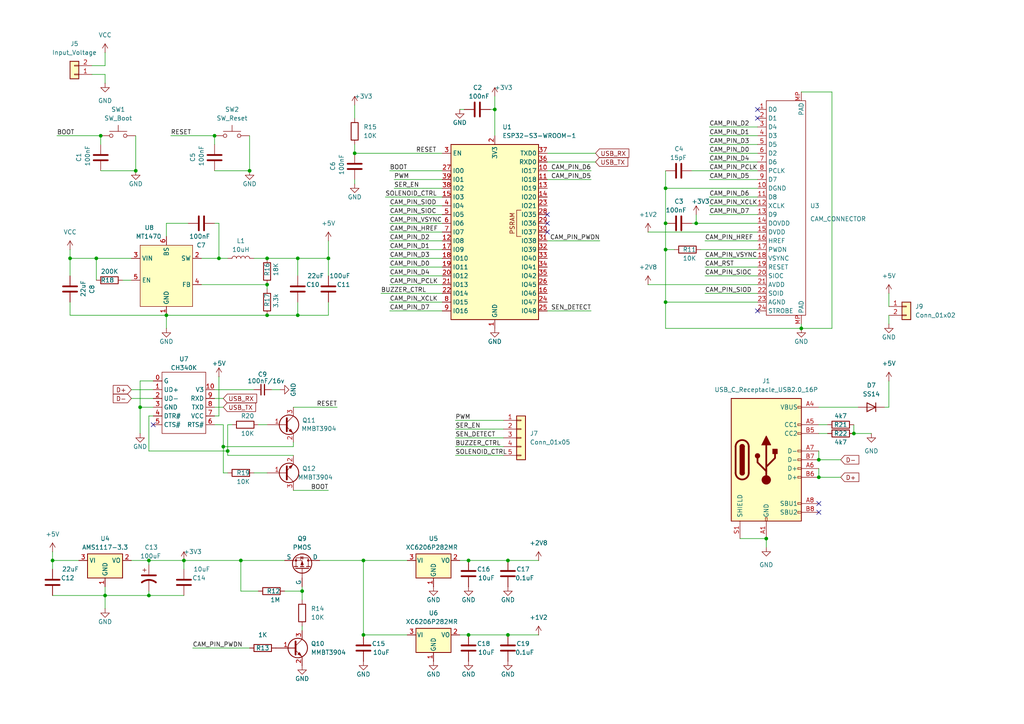
<source format=kicad_sch>
(kicad_sch (version 20231120) (generator "eeschema") (generator_version "8.0")
  (paper "A4")
  (junction (at 77.47 74.93))
  (junction (at 86.36 74.93))
  (junction (at 247.65 125.73))
  (junction (at 66.04 130.81))
  (junction (at 20.32 74.93))
  (junction (at 69.85 162.56))
  (junction (at 40.64 118.11))
  (junction (at 48.26 91.44))
  (junction (at 15.24 162.56))
  (junction (at 237.49 138.43))
  (junction (at 105.41 162.56))
  (junction (at 237.49 133.35))
  (junction (at 43.18 172.72))
  (junction (at 62.23 39.37))
  (junction (at 87.63 171.45))
  (junction (at 147.32 162.56))
  (junction (at 147.32 184.15))
  (junction (at 64.77 129.54))
  (junction (at 143.51 31.75))
  (junction (at 86.36 91.44))
  (junction (at 30.48 172.72))
  (junction (at 193.04 64.77))
  (junction (at 193.04 54.61))
  (junction (at 193.04 87.63))
  (junction (at 53.34 162.56))
  (junction (at 29.21 39.37))
  (junction (at 63.5 74.93))
  (junction (at 77.47 91.44))
  (junction (at 39.37 49.53))
  (junction (at 193.04 72.39))
  (junction (at 232.41 95.25))
  (junction (at 105.41 184.15))
  (junction (at 72.39 49.53))
  (junction (at 95.25 74.93))
  (junction (at 135.89 162.56))
  (junction (at 43.18 162.56))
  (junction (at 222.25 156.21))
  (junction (at 201.93 64.77))
  (junction (at 27.94 74.93))
  (junction (at 102.87 44.45))
  (junction (at 77.47 82.55))
  (junction (at 135.89 184.15))
  (no_connect (at 237.49 146.05))
  (no_connect (at 237.49 148.59))
  (no_connect (at 158.75 62.23))
  (no_connect (at 219.71 31.75))
  (no_connect (at 158.75 67.31))
  (no_connect (at 158.75 64.77))
  (no_connect (at 219.71 34.29))
  (no_connect (at 219.71 90.17))
  (no_connect (at 44.45 123.19))
  (wire (pts (xy 237.49 133.35) (xy 243.84 133.35)))
  (wire (pts (xy 193.04 72.39) (xy 193.04 87.63)))
  (wire (pts (xy 193.04 49.53) (xy 193.04 54.61)))
  (wire (pts (xy 143.51 31.75) (xy 143.51 39.37)))
  (wire (pts (xy 95.25 74.93) (xy 86.36 74.93)))
  (wire (pts (xy 87.63 171.45) (xy 87.63 173.99)))
  (wire (pts (xy 102.87 30.48) (xy 102.87 34.29)))
  (wire (pts (xy 74.93 171.45) (xy 69.85 171.45)))
  (wire (pts (xy 63.5 74.93) (xy 58.42 74.93)))
  (wire (pts (xy 30.48 21.59) (xy 26.67 21.59)))
  (wire (pts (xy 143.51 27.94) (xy 143.51 31.75)))
  (wire (pts (xy 53.34 162.56) (xy 53.34 165.1)))
  (wire (pts (xy 113.03 49.53) (xy 128.27 49.53)))
  (wire (pts (xy 203.2 72.39) (xy 219.71 72.39)))
  (wire (pts (xy 205.74 57.15) (xy 219.71 57.15)))
  (wire (pts (xy 87.63 181.61) (xy 87.63 182.88)))
  (wire (pts (xy 132.08 129.54) (xy 146.05 129.54)))
  (wire (pts (xy 241.3 26.67) (xy 241.3 95.25)))
  (wire (pts (xy 118.11 184.15) (xy 105.41 184.15)))
  (wire (pts (xy 147.32 184.15) (xy 156.21 184.15)))
  (wire (pts (xy 237.49 125.73) (xy 240.03 125.73)))
  (wire (pts (xy 55.88 187.96) (xy 72.39 187.96)))
  (wire (pts (xy 43.18 171.45) (xy 43.18 172.72)))
  (wire (pts (xy 40.64 118.11) (xy 44.45 118.11)))
  (wire (pts (xy 237.49 123.19) (xy 240.03 123.19)))
  (wire (pts (xy 95.25 91.44) (xy 86.36 91.44)))
  (wire (pts (xy 48.26 91.44) (xy 48.26 95.25)))
  (wire (pts (xy 73.66 74.93) (xy 77.47 74.93)))
  (wire (pts (xy 158.75 52.07) (xy 171.45 52.07)))
  (wire (pts (xy 114.3 52.07) (xy 128.27 52.07)))
  (wire (pts (xy 69.85 162.56) (xy 82.55 162.56)))
  (wire (pts (xy 237.49 138.43) (xy 243.84 138.43)))
  (wire (pts (xy 73.66 113.03) (xy 62.23 113.03)))
  (wire (pts (xy 82.55 171.45) (xy 87.63 171.45)))
  (wire (pts (xy 193.04 72.39) (xy 195.58 72.39)))
  (wire (pts (xy 43.18 162.56) (xy 43.18 163.83)))
  (wire (pts (xy 205.74 46.99) (xy 219.71 46.99)))
  (wire (pts (xy 132.08 132.08) (xy 146.05 132.08)))
  (wire (pts (xy 113.03 62.23) (xy 128.27 62.23)))
  (wire (pts (xy 43.18 130.81) (xy 66.04 130.81)))
  (wire (pts (xy 193.04 54.61) (xy 193.04 64.77)))
  (wire (pts (xy 204.47 74.93) (xy 219.71 74.93)))
  (wire (pts (xy 63.5 109.22) (xy 63.5 120.65)))
  (wire (pts (xy 214.63 156.21) (xy 222.25 156.21)))
  (wire (pts (xy 204.47 69.85) (xy 219.71 69.85)))
  (wire (pts (xy 193.04 87.63) (xy 219.71 87.63)))
  (wire (pts (xy 38.1 115.57) (xy 44.45 115.57)))
  (wire (pts (xy 193.04 64.77) (xy 193.04 72.39)))
  (wire (pts (xy 158.75 49.53) (xy 171.45 49.53)))
  (wire (pts (xy 64.77 129.54) (xy 64.77 137.16)))
  (wire (pts (xy 172.72 44.45) (xy 158.75 44.45)))
  (wire (pts (xy 85.09 118.11) (xy 97.79 118.11)))
  (wire (pts (xy 113.03 69.85) (xy 128.27 69.85)))
  (wire (pts (xy 135.89 162.56) (xy 147.32 162.56)))
  (wire (pts (xy 134.62 31.75) (xy 133.35 31.75)))
  (wire (pts (xy 132.08 121.92) (xy 146.05 121.92)))
  (wire (pts (xy 43.18 172.72) (xy 53.34 172.72)))
  (wire (pts (xy 66.04 123.19) (xy 67.31 123.19)))
  (wire (pts (xy 64.77 118.11) (xy 62.23 118.11)))
  (wire (pts (xy 77.47 74.93) (xy 86.36 74.93)))
  (wire (pts (xy 15.24 165.1) (xy 15.24 162.56)))
  (wire (pts (xy 241.3 26.67) (xy 232.41 26.67)))
  (wire (pts (xy 30.48 15.24) (xy 30.48 19.05)))
  (wire (pts (xy 92.71 162.56) (xy 105.41 162.56)))
  (wire (pts (xy 64.77 123.19) (xy 64.77 129.54)))
  (wire (pts (xy 113.03 64.77) (xy 128.27 64.77)))
  (wire (pts (xy 43.18 162.56) (xy 38.1 162.56)))
  (wire (pts (xy 200.66 49.53) (xy 219.71 49.53)))
  (wire (pts (xy 113.03 87.63) (xy 128.27 87.63)))
  (wire (pts (xy 204.47 77.47) (xy 219.71 77.47)))
  (wire (pts (xy 63.5 64.77) (xy 63.5 74.93)))
  (wire (pts (xy 102.87 44.45) (xy 128.27 44.45)))
  (wire (pts (xy 219.71 54.61) (xy 193.04 54.61)))
  (wire (pts (xy 95.25 74.93) (xy 95.25 80.01)))
  (wire (pts (xy 204.47 85.09) (xy 219.71 85.09)))
  (wire (pts (xy 133.35 184.15) (xy 135.89 184.15)))
  (wire (pts (xy 237.49 118.11) (xy 248.92 118.11)))
  (wire (pts (xy 62.23 123.19) (xy 64.77 123.19)))
  (wire (pts (xy 193.04 95.25) (xy 232.41 95.25)))
  (wire (pts (xy 113.03 74.93) (xy 128.27 74.93)))
  (wire (pts (xy 20.32 91.44) (xy 48.26 91.44)))
  (wire (pts (xy 205.74 44.45) (xy 219.71 44.45)))
  (wire (pts (xy 30.48 176.53) (xy 30.48 172.72)))
  (wire (pts (xy 77.47 82.55) (xy 77.47 83.82)))
  (wire (pts (xy 30.48 172.72) (xy 30.48 170.18)))
  (wire (pts (xy 232.41 95.25) (xy 232.41 93.98)))
  (wire (pts (xy 247.65 125.73) (xy 252.73 125.73)))
  (wire (pts (xy 63.5 74.93) (xy 66.04 74.93)))
  (wire (pts (xy 69.85 162.56) (xy 53.34 162.56)))
  (wire (pts (xy 40.64 110.49) (xy 40.64 118.11)))
  (wire (pts (xy 110.49 85.09) (xy 128.27 85.09)))
  (wire (pts (xy 146.05 127) (xy 132.08 127)))
  (wire (pts (xy 64.77 129.54) (xy 85.09 129.54)))
  (wire (pts (xy 43.18 172.72) (xy 30.48 172.72)))
  (wire (pts (xy 20.32 80.01) (xy 20.32 74.93)))
  (wire (pts (xy 27.94 81.28) (xy 27.94 74.93)))
  (wire (pts (xy 35.56 81.28) (xy 38.1 81.28)))
  (wire (pts (xy 58.42 82.55) (xy 77.47 82.55)))
  (wire (pts (xy 62.23 39.37) (xy 62.23 41.91)))
  (wire (pts (xy 66.04 137.16) (xy 64.77 137.16)))
  (wire (pts (xy 257.81 91.44) (xy 257.81 93.98)))
  (wire (pts (xy 256.54 118.11) (xy 257.81 118.11)))
  (wire (pts (xy 201.93 64.77) (xy 200.66 64.77)))
  (wire (pts (xy 113.03 82.55) (xy 128.27 82.55)))
  (wire (pts (xy 87.63 171.45) (xy 87.63 170.18)))
  (wire (pts (xy 48.26 91.44) (xy 77.47 91.44)))
  (wire (pts (xy 111.76 57.15) (xy 128.27 57.15)))
  (wire (pts (xy 237.49 135.89) (xy 237.49 138.43)))
  (wire (pts (xy 132.08 124.46) (xy 146.05 124.46)))
  (wire (pts (xy 62.23 120.65) (xy 63.5 120.65)))
  (wire (pts (xy 187.96 67.31) (xy 219.71 67.31)))
  (wire (pts (xy 133.35 162.56) (xy 135.89 162.56)))
  (wire (pts (xy 142.24 31.75) (xy 143.51 31.75)))
  (wire (pts (xy 66.04 130.81) (xy 66.04 132.08)))
  (wire (pts (xy 39.37 39.37) (xy 39.37 49.53)))
  (wire (pts (xy 15.24 172.72) (xy 30.48 172.72)))
  (wire (pts (xy 85.09 129.54) (xy 85.09 128.27)))
  (wire (pts (xy 113.03 90.17) (xy 128.27 90.17)))
  (wire (pts (xy 85.09 132.08) (xy 66.04 132.08)))
  (wire (pts (xy 232.41 95.25) (xy 241.3 95.25)))
  (wire (pts (xy 95.25 69.85) (xy 95.25 74.93)))
  (wire (pts (xy 30.48 24.13) (xy 30.48 21.59)))
  (wire (pts (xy 54.61 64.77) (xy 48.26 64.77)))
  (wire (pts (xy 38.1 113.03) (xy 44.45 113.03)))
  (wire (pts (xy 113.03 67.31) (xy 128.27 67.31)))
  (wire (pts (xy 105.41 184.15) (xy 105.41 162.56)))
  (wire (pts (xy 114.3 54.61) (xy 128.27 54.61)))
  (wire (pts (xy 48.26 64.77) (xy 48.26 68.58)))
  (wire (pts (xy 30.48 19.05) (xy 26.67 19.05)))
  (wire (pts (xy 204.47 80.01) (xy 219.71 80.01)))
  (wire (pts (xy 64.77 115.57) (xy 62.23 115.57)))
  (wire (pts (xy 15.24 162.56) (xy 22.86 162.56)))
  (wire (pts (xy 81.28 113.03) (xy 78.74 113.03)))
  (wire (pts (xy 72.39 39.37) (xy 72.39 49.53)))
  (wire (pts (xy 158.75 46.99) (xy 172.72 46.99)))
  (wire (pts (xy 53.34 162.56) (xy 43.18 162.56)))
  (wire (pts (xy 62.23 64.77) (xy 63.5 64.77)))
  (wire (pts (xy 147.32 162.56) (xy 156.21 162.56)))
  (wire (pts (xy 95.25 87.63) (xy 95.25 91.44)))
  (wire (pts (xy 44.45 110.49) (xy 40.64 110.49)))
  (wire (pts (xy 49.53 39.37) (xy 62.23 39.37)))
  (wire (pts (xy 113.03 59.69) (xy 128.27 59.69)))
  (wire (pts (xy 29.21 49.53) (xy 39.37 49.53)))
  (wire (pts (xy 158.75 69.85) (xy 173.99 69.85)))
  (wire (pts (xy 29.21 39.37) (xy 29.21 41.91)))
  (wire (pts (xy 201.93 64.77) (xy 201.93 62.23)))
  (wire (pts (xy 205.74 62.23) (xy 219.71 62.23)))
  (wire (pts (xy 113.03 72.39) (xy 128.27 72.39)))
  (wire (pts (xy 113.03 77.47) (xy 128.27 77.47)))
  (wire (pts (xy 102.87 53.34) (xy 102.87 52.07)))
  (wire (pts (xy 219.71 64.77) (xy 201.93 64.77)))
  (wire (pts (xy 205.74 52.07) (xy 219.71 52.07)))
  (wire (pts (xy 20.32 72.39) (xy 20.32 74.93)))
  (wire (pts (xy 43.18 120.65) (xy 43.18 130.81)))
  (wire (pts (xy 102.87 41.91) (xy 102.87 44.45)))
  (wire (pts (xy 193.04 87.63) (xy 193.04 95.25)))
  (wire (pts (xy 257.81 118.11) (xy 257.81 110.49)))
  (wire (pts (xy 62.23 49.53) (xy 72.39 49.53)))
  (wire (pts (xy 15.24 160.02) (xy 15.24 162.56)))
  (wire (pts (xy 205.74 41.91) (xy 219.71 41.91)))
  (wire (pts (xy 43.18 120.65) (xy 44.45 120.65)))
  (wire (pts (xy 135.89 184.15) (xy 147.32 184.15)))
  (wire (pts (xy 20.32 87.63) (xy 20.32 91.44)))
  (wire (pts (xy 69.85 171.45) (xy 69.85 162.56)))
  (wire (pts (xy 20.32 74.93) (xy 27.94 74.93)))
  (wire (pts (xy 158.75 90.17) (xy 171.45 90.17)))
  (wire (pts (xy 27.94 74.93) (xy 38.1 74.93)))
  (wire (pts (xy 74.93 123.19) (xy 77.47 123.19)))
  (wire (pts (xy 257.81 85.09) (xy 257.81 88.9)))
  (wire (pts (xy 66.04 123.19) (xy 66.04 130.81)))
  (wire (pts (xy 40.64 125.73) (xy 40.64 118.11)))
  (wire (pts (xy 105.41 162.56) (xy 118.11 162.56)))
  (wire (pts (xy 222.25 158.75) (xy 222.25 156.21)))
  (wire (pts (xy 86.36 87.63) (xy 86.36 91.44)))
  (wire (pts (xy 237.49 130.81) (xy 237.49 133.35)))
  (wire (pts (xy 247.65 123.19) (xy 247.65 125.73)))
  (wire (pts (xy 86.36 80.01) (xy 86.36 74.93)))
  (wire (pts (xy 205.74 59.69) (xy 219.71 59.69)))
  (wire (pts (xy 187.96 82.55) (xy 219.71 82.55)))
  (wire (pts (xy 85.09 142.24) (xy 95.25 142.24)))
  (wire (pts (xy 77.47 91.44) (xy 86.36 91.44)))
  (wire (pts (xy 73.66 137.16) (xy 77.47 137.16)))
  (wire (pts (xy 16.51 39.37) (xy 29.21 39.37)))
  (wire (pts (xy 205.74 39.37) (xy 219.71 39.37)))
  (wire (pts (xy 113.03 80.01) (xy 128.27 80.01)))
  (wire (pts (xy 205.74 36.83) (xy 219.71 36.83)))
  (label "CAM_PIN_PCLK" (at 113.03 82.55 0))
  (label "CAM_PIN_D0" (at 205.74 44.45 0))
  (label "CAM_PIN_D3" (at 205.74 41.91 0))
  (label "CAM_PIN_D6" (at 205.74 57.15 0))
  (label "CAM_PIN_D6" (at 171.45 49.53 180))
  (label "CAM_PIN_VSYNC" (at 204.47 74.93 0))
  (label "CAM_PIN_D4" (at 113.03 80.01 0))
  (label "SEN_DETECT" (at 132.08 127 0))
  (label "BOOT" (at 16.51 39.37 0))
  (label "SER_EN" (at 114.3 54.61 0))
  (label "CAM_PIN_SIOD" (at 204.47 85.09 0))
  (label "CAM_PIN_D7" (at 113.03 90.17 0))
  (label "CAM_PIN_D4" (at 205.74 46.99 0))
  (label "SER_EN" (at 132.08 124.46 0))
  (label "CAM_PIN_D1" (at 205.74 39.37 0))
  (label "BOOT" (at 113.03 49.53 0))
  (label "PWM" (at 114.3 52.07 0))
  (label "CAM_PIN_D1" (at 113.03 72.39 0))
  (label "RESET" (at 49.53 39.37 0))
  (label "CAM_PIN_D0" (at 113.03 77.47 0))
  (label "CAM_PIN_D3" (at 113.03 74.93 0))
  (label "CAM_PIN_SIOC" (at 204.47 80.01 0))
  (label "CAM_PIN_HREF" (at 204.47 69.85 0))
  (label "BOOT" (at 95.25 142.24 180))
  (label "CAM_PIN_XCLK" (at 113.03 87.63 0))
  (label "CAM_PIN_PWDN" (at 173.99 69.85 180))
  (label "CAM_PIN_HREF" (at 113.03 67.31 0))
  (label "BUZZER_CTRL" (at 110.49 85.09 0))
  (label "CAM_PIN_PWDN" (at 55.88 187.96 0))
  (label "CAM_PIN_SIOC" (at 113.03 62.23 0))
  (label "CAM_RST" (at 204.47 77.47 0))
  (label "CAM_PIN_D5" (at 171.45 52.07 180))
  (label "BUZZER_CTRL" (at 132.08 129.54 0))
  (label "SEN_DETECT" (at 171.45 90.17 180))
  (label "CAM_PIN_D7" (at 205.74 62.23 0))
  (label "RESET" (at 120.65 44.45 0))
  (label "SOLENOID_CTRL" (at 132.08 132.08 0))
  (label "CAM_PIN_D5" (at 205.74 52.07 0))
  (label "CAM_PIN_VSYNC" (at 113.03 64.77 0))
  (label "SOLENOID_CTRL" (at 111.76 57.15 0))
  (label "RESET" (at 97.79 118.11 180))
  (label "CAM_PIN_SIOD" (at 113.03 59.69 0))
  (label "PWM" (at 132.08 121.92 0))
  (label "CAM_PIN_D2" (at 113.03 69.85 0))
  (label "CAM_PIN_XCLK" (at 205.74 59.69 0))
  (label "CAM_PIN_PCLK" (at 205.74 49.53 0))
  (label "CAM_PIN_D2" (at 205.74 36.83 0))
  (global_label "D-" (shape input) (at 38.1 115.57 180) (property "Intersheetrefs" "${INTERSHEET_REFS}" (effects (hide yes))))
  (global_label "USB_RX" (shape input) (at 64.77 115.57 0) (property "Intersheetrefs" "${INTERSHEET_REFS}" (effects (hide yes))))
  (global_label "USB_TX" (shape input) (at 172.72 46.99 0) (property "Intersheetrefs" "${INTERSHEET_REFS}" (effects (hide yes))))
  (global_label "USB_TX" (shape input) (at 64.77 118.11 0) (property "Intersheetrefs" "${INTERSHEET_REFS}" (effects (hide yes))))
  (global_label "D+" (shape input) (at 38.1 113.03 180) (property "Intersheetrefs" "${INTERSHEET_REFS}" (effects (hide yes))))
  (global_label "USB_RX" (shape input) (at 172.72 44.45 0) (property "Intersheetrefs" "${INTERSHEET_REFS}" (effects (hide yes))))
  (global_label "D-" (shape input) (at 243.84 133.35 0) (property "Intersheetrefs" "${INTERSHEET_REFS}" (effects (hide yes))))
  (global_label "D+" (shape input) (at 243.84 138.43 0) (property "Intersheetrefs" "${INTERSHEET_REFS}" (effects (hide yes))))
  (symbol (lib_id "power:+3V3") (at 102.87 30.48 0) (unit 1)
    (property "Reference" "#PWR032" (effects (hide yes)))
    (property "Value" "+3V3" (at 105.41 27.94 0))
    (property "Description" "Power symbol creates a global label with name \"+3V3\"" (effects (hide yes)))
  )
  (symbol (lib_id "Device:C") (at 135.89 166.37 180) (unit 1)
    (property "Reference" "C16" (at 142.24 165.1 0) (effects (justify left)))
    (property "Value" "10uF" (at 143.51 167.64 0) (effects (justify left)))
    (property "Footprint" "Capacitor_SMD:C_0805_2012Metric" (effects (hide yes)))
    (property "Description" "Unpolarized capacitor" (effects (hide yes)))
  )
  (symbol (lib_id "power:GND") (at 143.51 95.25 0) (unit 1)
    (property "Reference" "#PWR016" (effects (hide yes)))
    (property "Value" "GND" (at 143.51 99.06 0))
    (property "Description" "Power symbol creates a global label with name \"GND\" , ground" (effects (hide yes)))
  )
  (symbol (lib_id "Device:C") (at 86.36 83.82 180) (unit 1)
    (property "Reference" "C10" (at 92.71 82.55 0) (effects (justify left)))
    (property "Value" "22uF" (at 93.98 80.01 0) (effects (justify left)))
    (property "Footprint" "Capacitor_SMD:C_0805_2012Metric" (effects (hide yes)))
    (property "Description" "Unpolarized capacitor" (effects (hide yes)))
  )
  (symbol (lib_id "Device:C") (at 58.42 64.77 90) (unit 1)
    (property "Reference" "C7" (at 59.69 71.12 90) (effects (justify left)))
    (property "Value" "100nF" (at 60.96 68.58 90) (effects (justify left)))
    (property "Footprint" "Capacitor_SMD:C_0603_1608Metric" (effects (hide yes)))
    (property "Description" "Unpolarized capacitor" (effects (hide yes)))
  )
  (symbol (lib_id "power:GND") (at 40.64 125.73 0) (unit 1)
    (property "Reference" "#PWR036" (effects (hide yes)))
    (property "Value" "GND" (at 40.64 129.54 0))
  )
  (symbol (lib_id "Device:C_Small") (at 76.2 113.03 90) (unit 1)
    (property "Reference" "C9" (at 77.47 108.585 90) (effects (justify left)))
    (property "Value" "100nF/16v" (at 82.55 110.49 90) (effects (justify left)))
    (property "Footprint" "Capacitor_SMD:C_0603_1608Metric" (effects (hide yes)))
  )
  (symbol (lib_id "Connector_Generic:Conn_01x02") (at 262.89 88.9 0) (unit 1)
    (property "Reference" "J9" (at 265.43 88.8999 0) (effects (justify left)))
    (property "Value" "Conn_01x02" (at 265.43 91.4399 0) (effects (justify left)))
    (property "Footprint" "Connector_Molex:Molex_KK-254_AE-6410-02A_1x02_P2.54mm_Vertical" (effects (hide yes)))
    (property "Description" "Generic connector, single row, 01x02, script generated (kicad-library-utils/schlib/autogen/connector/)" (effects (hide yes)))
  )
  (symbol (lib_id "power:GND") (at 30.48 176.53 0) (unit 1)
    (property "Reference" "#PWR028" (effects (hide yes)))
    (property "Value" "GND" (at 30.48 180.34 0))
    (property "Description" "Power symbol creates a global label with name \"GND\" , ground" (effects (hide yes)))
  )
  (symbol (lib_id "Cus_TDLOGY:MT1470_") (at 48.26 80.01 0) (unit 1)
    (property "Reference" "U8" (at 41.91 66.04 0) (effects (justify left)))
    (property "Value" "MT1470" (at 39.37 68.58 0) (effects (justify left)))
    (property "Footprint" "Package_TO_SOT_SMD:SOT-23-6" (effects (hide yes)))
  )
  (symbol (lib_id "Switch:SW_Push") (at 34.29 39.37 0) (unit 1)
    (property "Reference" "SW1" (at 34.29 31.75 0))
    (property "Value" "SW_Boot" (at 34.29 34.29 0))
    (property "Footprint" "Button_Switch_SMD:SW_Push_SPST_NO_Alps_SKRK" (effects (hide yes)))
    (property "Description" "Push button switch, generic, two pins" (effects (hide yes)))
  )
  (symbol (lib_id "0_Custom:CH340K") (at 53.34 116.84 0) (unit 1)
    (property "Reference" "U7" (at 53.34 104.14 0))
    (property "Value" "CH340K" (at 53.34 106.68 0))
    (property "Footprint" "Package_SO:SSOP-10_3.9x4.9mm_P1.00mm" (effects (hide yes)))
    (property "PN" "SP000518 " (effects (hide yes)))
  )
  (symbol (lib_id "Regulator_Linear:XC6206PxxxMR") (at 125.73 162.56 0) (unit 1)
    (property "Reference" "U5" (at 125.73 156.21 0))
    (property "Value" "XC6206P282MR " (at 125.73 158.75 0))
    (property "Footprint" "Package_TO_SOT_SMD:SOT-23-3" (effects (hide yes)))
    (property "Datasheet" "https://www.torexsemi.com/file/xc6206/XC6206.pdf" (effects (hide yes)))
    (property "Description" "Positive 60-250mA Low Dropout Regulator, Fixed Output, SOT-23" (effects (hide yes)))
  )
  (symbol (lib_id "power:+5V") (at 15.24 160.02 0) (unit 1)
    (property "Reference" "#PWR027" (effects (hide yes)))
    (property "Value" "+5V" (at 15.24 154.94 0))
    (property "Description" "Power symbol creates a global label with name \"+5V\"" (effects (hide yes)))
  )
  (symbol (lib_id "power:GND") (at 87.63 193.04 0) (unit 1)
    (property "Reference" "#PWR024" (effects (hide yes)))
    (property "Value" "GND" (at 87.63 196.85 0))
    (property "Description" "Power symbol creates a global label with name \"GND\" , ground" (effects (hide yes)))
  )
  (symbol (lib_id "power:GND") (at 125.73 191.77 0) (unit 1)
    (property "Reference" "#PWR026" (effects (hide yes)))
    (property "Value" "GND" (at 125.73 195.58 0))
    (property "Description" "Power symbol creates a global label with name \"GND\" , ground" (effects (hide yes)))
  )
  (symbol (lib_id "power:GND") (at 133.35 31.75 0) (unit 1)
    (property "Reference" "#PWR013" (effects (hide yes)))
    (property "Value" "GND" (at 133.35 35.56 0))
    (property "Description" "Power symbol creates a global label with name \"GND\" , ground" (effects (hide yes)))
  )
  (symbol (lib_id "Transistor_BJT:MMBT3904") (at 85.09 187.96 0) (unit 1)
    (property "Reference" "Q10" (at 90.17 186.6899 0) (effects (justify left)))
    (property "Value" "MMBT3904" (at 90.17 189.2299 0) (effects (justify left)))
    (property "Footprint" "Package_TO_SOT_SMD:SOT-23" (effects (hide yes)))
    (property "Datasheet" "https://www.onsemi.com/pdf/datasheet/pzt3904-d.pdf" (effects (hide yes)))
    (property "Description" "0.2A Ic, 40V Vce, Small Signal NPN Transistor, SOT-23" (effects (hide yes)))
  )
  (symbol (lib_id "power:GND") (at 39.37 49.53 0) (unit 1)
    (property "Reference" "#PWR01" (effects (hide yes)))
    (property "Value" "GND" (at 39.37 53.34 0))
    (property "Description" "Power symbol creates a global label with name \"GND\" , ground" (effects (hide yes)))
  )
  (symbol (lib_id "Device:R") (at 199.39 72.39 270) (unit 1)
    (property "Reference" "R11" (at 201.93 72.39 90) (effects (justify right)))
    (property "Value" "10K" (at 201.93 74.93 90) (effects (justify right)))
    (property "Footprint" "Resistor_SMD:R_0603_1608Metric" (effects (hide yes)))
    (property "Description" "Resistor" (effects (hide yes)))
  )
  (symbol (lib_id "Transistor_BJT:BC817") (at 82.55 123.19 0) (unit 1)
    (property "Reference" "Q11" (at 87.63 121.92 0) (effects (justify left)))
    (property "Value" "MMBT3904" (at 87.4014 124.333 0) (effects (justify left)))
    (property "Footprint" "Package_TO_SOT_SMD:SOT-23" (effects (hide yes)))
    (property "Datasheet" "https://www.onsemi.com/pub/Collateral/BC818-D.pdf" (effects (hide yes)))
    (property "Vendor" "TD0203" (effects (hide yes)))
    (property "PN" "TD0591 " (effects (hide yes)))
  )
  (symbol (lib_id "Device:C") (at 105.41 187.96 180) (unit 1)
    (property "Reference" "C15" (at 111.76 186.69 0) (effects (justify left)))
    (property "Value" "10uF" (at 113.03 189.23 0) (effects (justify left)))
    (property "Footprint" "Capacitor_SMD:C_0805_2012Metric" (effects (hide yes)))
    (property "Description" "Unpolarized capacitor" (effects (hide yes)))
  )
  (symbol (lib_id "power:GND") (at 102.87 53.34 0) (unit 1)
    (property "Reference" "#PWR033" (effects (hide yes)))
    (property "Value" "GND" (at 102.87 57.15 0))
    (property "Description" "Power symbol creates a global label with name \"GND\" , ground" (effects (hide yes)))
  )
  (symbol (lib_id "Device:C") (at 20.32 83.82 180) (unit 1)
    (property "Reference" "C8" (at 26.67 82.55 90) (effects (justify left)))
    (property "Value" "22uF" (at 24.13 81.28 90) (effects (justify left)))
    (property "Footprint" "Capacitor_SMD:C_0805_2012Metric" (effects (hide yes)))
    (property "Description" "Unpolarized capacitor" (effects (hide yes)))
  )
  (symbol (lib_id "power:+2V8") (at 156.21 162.56 0) (unit 1)
    (property "Reference" "#PWR030" (effects (hide yes)))
    (property "Value" "+2V8" (at 156.21 157.48 0))
    (property "Description" "Power symbol creates a global label with name \"+2V8\"" (effects (hide yes)))
  )
  (symbol (lib_id "power:GND") (at 81.28 113.03 90) (unit 1)
    (property "Reference" "#PWR038" (effects (hide yes)))
    (property "Value" "GND" (at 85.09 113.03 0))
  )
  (symbol (lib_id "Regulator_Linear:XC6206PxxxMR") (at 125.73 184.15 0) (unit 1)
    (property "Reference" "U6" (at 125.73 177.8 0))
    (property "Value" "XC6206P282MR " (at 125.73 180.34 0))
    (property "Footprint" "Package_TO_SOT_SMD:SOT-23-3" (effects (hide yes)))
    (property "Datasheet" "https://www.torexsemi.com/file/xc6206/XC6206.pdf" (effects (hide yes)))
    (property "Description" "Positive 60-250mA Low Dropout Regulator, Fixed Output, SOT-23" (effects (hide yes)))
  )
  (symbol (lib_id "power:+1V2") (at 187.96 67.31 0) (unit 1)
    (property "Reference" "#PWR011" (effects (hide yes)))
    (property "Value" "+1V2" (at 187.96 62.23 0))
    (property "Description" "Power symbol creates a global label with name \"+1V2\"" (effects (hide yes)))
  )
  (symbol (lib_id "power:VCC") (at 20.32 72.39 0) (unit 1)
    (property "Reference" "#PWR034" (effects (hide yes)))
    (property "Value" "VCC" (at 20.32 67.31 0))
    (property "Description" "Power symbol creates a global label with name \"VCC\"" (effects (hide yes)))
  )
  (symbol (lib_id "Regulator_Linear:AMS1117-3.3") (at 30.48 162.56 0) (unit 1)
    (property "Reference" "U4" (at 30.48 156.21 0))
    (property "Value" "AMS1117-3.3" (at 30.48 158.75 0))
    (property "Footprint" "Package_TO_SOT_SMD:SOT-223-3_TabPin2" (effects (hide yes)))
    (property "Datasheet" "http://www.advanced-monolithic.com/pdf/ds1117.pdf" (effects (hide yes)))
    (property "Description" "1A Low Dropout regulator, positive, 3.3V fixed output, SOT-223" (effects (hide yes)))
  )
  (symbol (lib_id "Device:C") (at 135.89 187.96 180) (unit 1)
    (property "Reference" "C18" (at 142.24 186.69 0) (effects (justify left)))
    (property "Value" "10uF" (at 143.51 189.23 0) (effects (justify left)))
    (property "Footprint" "Capacitor_SMD:C_0805_2012Metric" (effects (hide yes)))
    (property "Description" "Unpolarized capacitor" (effects (hide yes)))
  )
  (symbol (lib_id "Switch:SW_Push") (at 67.31 39.37 0) (unit 1)
    (property "Reference" "SW2" (at 67.31 31.75 0))
    (property "Value" "SW_Reset" (at 67.31 34.29 0))
    (property "Footprint" "Button_Switch_SMD:SW_Push_SPST_NO_Alps_SKRK" (effects (hide yes)))
    (property "Description" "Push button switch, generic, two pins" (effects (hide yes)))
  )
  (symbol (lib_id "power:GND") (at 232.41 95.25 0) (unit 1)
    (property "Reference" "#PWR09" (effects (hide yes)))
    (property "Value" "GND" (at 232.41 99.06 0))
    (property "Description" "Power symbol creates a global label with name \"GND\" , ground" (effects (hide yes)))
  )
  (symbol (lib_id "Device:L") (at 69.85 74.93 90) (unit 1)
    (property "Reference" "L1" (at 69.85 69.85 90))
    (property "Value" "10uH" (at 69.85 72.39 90))
    (property "Footprint" "TDLOGY_Footprint:0603_R100" (effects (hide yes)))
    (property "Description" "Inductor" (effects (hide yes)))
  )
  (symbol (lib_id "Device:R") (at 243.84 125.73 90) (unit 1)
    (property "Reference" "R22" (at 243.84 125.73 90))
    (property "Value" "4k7" (at 243.84 120.65 90))
    (property "Footprint" "Resistor_SMD:R_0603_1608Metric" (effects (hide yes)))
    (property "Description" "Resistor" (effects (hide yes)))
  )
  (symbol (lib_id "Connector_Generic:Conn_01x05") (at 151.13 127 0) (unit 1)
    (property "Reference" "J7" (at 153.67 125.7299 0) (effects (justify left)))
    (property "Value" "Conn_01x05" (at 153.67 128.2699 0) (effects (justify left)))
    (property "Footprint" "Connector_PinHeader_2.54mm:PinHeader_1x05_P2.54mm_Vertical" (effects (hide yes)))
    (property "Description" "Generic connector, single row, 01x05, script generated (kicad-library-utils/schlib/autogen/connector/)" (effects (hide yes)))
  )
  (symbol (lib_id "Device:C_Polarized_US") (at 43.18 167.64 0) (unit 1)
    (property "Reference" "C13" (at 41.91 158.75 0) (effects (justify left)))
    (property "Value" "100uF" (at 40.64 161.29 0) (effects (justify left)))
    (property "Footprint" "Capacitor_SMD:C_1210_3225Metric" (effects (hide yes)))
    (property "Description" "Polarized capacitor, US symbol" (effects (hide yes)))
  )
  (symbol (lib_id "Device:C") (at 196.85 64.77 270) (unit 1)
    (property "Reference" "C3" (at 195.58 58.42 90) (effects (justify left)))
    (property "Value" "100nF" (at 193.04 60.96 90) (effects (justify left)))
    (property "Footprint" "Capacitor_SMD:C_0603_1608Metric" (effects (hide yes)))
    (property "Description" "Unpolarized capacitor" (effects (hide yes)))
  )
  (symbol (lib_id "Diode:1N4148WT") (at 252.73 118.11 180) (unit 1)
    (property "Reference" "D7" (at 252.73 111.76 0))
    (property "Value" "SS14" (at 252.73 114.3 0))
    (property "Footprint" "Diode_SMD:D_SMA" (effects (hide yes)))
    (property "Datasheet" "https://www.diodes.com/assets/Datasheets/ds30396.pdf" (effects (hide yes)))
    (property "Description" "75V 0.15A Fast switching Diode, SOD-523" (effects (hide yes)))
    (property "Sim.Device" "D" (effects (hide yes)))
    (property "Sim.Pins" "1=K 2=A" (effects (hide yes)))
  )
  (symbol (lib_id "Transistor_BJT:BC817") (at 82.55 137.16 0) (mirror x) (unit 1)
    (property "Reference" "Q12" (at 87.63 135.89 0) (effects (justify left)))
    (property "Value" "MMBT3904" (at 86.36 138.43 0) (effects (justify left)))
    (property "Footprint" "Package_TO_SOT_SMD:SOT-23" (effects (hide yes)))
    (property "Datasheet" "https://www.onsemi.com/pub/Collateral/BC818-D.pdf" (effects (hide yes)))
    (property "Vendor" "TD0203" (effects (hide yes)))
    (property "PN" "TD0591 " (effects (hide yes)))
  )
  (symbol (lib_id "Device:C") (at 138.43 31.75 270) (unit 1)
    (property "Reference" "C2" (at 137.16 25.4 90) (effects (justify left)))
    (property "Value" "100nF" (at 135.89 27.94 90) (effects (justify left)))
    (property "Footprint" "Capacitor_SMD:C_0603_1608Metric" (effects (hide yes)))
    (property "Description" "Unpolarized capacitor" (effects (hide yes)))
  )
  (symbol (lib_id "power:GND") (at 72.39 49.53 0) (unit 1)
    (property "Reference" "#PWR031" (effects (hide yes)))
    (property "Value" "GND" (at 72.39 53.34 0))
    (property "Description" "Power symbol creates a global label with name \"GND\" , ground" (effects (hide yes)))
  )
  (symbol (lib_id "power:GND") (at 30.48 24.13 0) (unit 1)
    (property "Reference" "#PWR05" (effects (hide yes)))
    (property "Value" "GND" (at 30.48 29.21 0))
    (property "Description" "Power symbol creates a global label with name \"GND\" , ground" (effects (hide yes)))
  )
  (symbol (lib_id "power:GND") (at 105.41 191.77 0) (unit 1)
    (property "Reference" "#PWR043" (effects (hide yes)))
    (property "Value" "GND" (at 105.41 195.58 0))
    (property "Description" "Power symbol creates a global label with name \"GND\" , ground" (effects (hide yes)))
  )
  (symbol (lib_id "Device:C") (at 62.23 45.72 0) (unit 1)
    (property "Reference" "C5" (at 55.88 46.99 90) (effects (justify left)))
    (property "Value" "100nF" (at 58.42 48.26 90) (effects (justify left)))
    (property "Footprint" "Capacitor_SMD:C_0603_1608Metric" (effects (hide yes)))
    (property "Description" "Unpolarized capacitor" (effects (hide yes)))
  )
  (symbol (lib_id "4G-CONTROL-CONTACTOR-rescue:R-Device-4G-CONTROL-CONTACTOR-rescue") (at 69.85 137.16 270) (unit 1)
    (property "Reference" "R19" (at 68.58 137.16 90) (effects (justify left)))
    (property "Value" "10K" (at 68.58 139.7 90) (effects (justify left)))
    (property "Footprint" "Resistor_SMD:R_0603_1608Metric" (effects (hide yes)))
    (property "Vendor" "TD0574" (effects (hide yes)))
    (property "PN" "TD0178 " (effects (hide yes)))
  )
  (symbol (lib_id "Device:C") (at 15.24 168.91 180) (unit 1)
    (property "Reference" "C12" (at 21.59 167.64 0) (effects (justify left)))
    (property "Value" "22uF" (at 22.86 165.1 0) (effects (justify left)))
    (property "Footprint" "Capacitor_SMD:C_0805_2012Metric" (effects (hide yes)))
    (property "Description" "Unpolarized capacitor" (effects (hide yes)))
  )
  (symbol (lib_id "power:GND") (at 135.89 170.18 0) (unit 1)
    (property "Reference" "#PWR044" (effects (hide yes)))
    (property "Value" "GND" (at 135.89 173.99 0))
    (property "Description" "Power symbol creates a global label with name \"GND\" , ground" (effects (hide yes)))
  )
  (symbol (lib_id "RF_Module:ESP32-S3-WROOM-1") (at 143.51 67.31 0) (unit 1)
    (property "Reference" "U1" (at 145.7041 36.83 0) (effects (justify left)))
    (property "Value" "ESP32-S3-WROOM-1" (at 145.7041 39.37 0) (effects (justify left)))
    (property "Footprint" "RF_Module:ESP32-S3-WROOM-1" (effects (hide yes)))
    (property "Datasheet" "https://www.espressif.com/sites/default/files/documentation/esp32-s3-wroom-1_wroom-1u_datasheet_en.pdf" (effects (hide yes)))
    (property "Description" "RF Module, ESP32-S3 SoC, Wi-Fi 802.11b/g/n, Bluetooth, BLE, 32-bit, 3.3V, onboard antenna, SMD" (effects (hide yes)))
  )
  (symbol (lib_id "Device:R") (at 31.75 81.28 90) (unit 1)
    (property "Reference" "R18" (at 29.21 81.28 90) (effects (justify right)))
    (property "Value" "200K" (at 29.21 78.74 90) (effects (justify right)))
    (property "Footprint" "Resistor_SMD:R_0603_1608Metric" (effects (hide yes)))
    (property "Description" "Resistor" (effects (hide yes)))
  )
  (symbol (lib_id "Device:R") (at 243.84 123.19 90) (unit 1)
    (property "Reference" "R21" (at 243.84 123.19 90))
    (property "Value" "4k7" (at 243.84 128.27 90))
    (property "Footprint" "Resistor_SMD:R_0603_1608Metric" (effects (hide yes)))
    (property "Description" "Resistor" (effects (hide yes)))
  )
  (symbol (lib_id "MINH_KICAD_LIB:PFC_CABLE_24P") (at 226.06 49.53 0) (unit 1)
    (property "Reference" "U3" (at 234.95 59.6899 0) (effects (justify left)))
    (property "Value" "CAM_CONNECTOR " (at 234.95 63.5 0) (effects (justify left)))
    (property "Footprint" "Connector_FFC-FPC:TE_2-1734839-4_1x24-1MP_P0.5mm_Horizontal" (effects (hide yes)))
  )
  (symbol (lib_id "Device:R") (at 76.2 187.96 90) (unit 1)
    (property "Reference" "R13" (at 76.2 187.96 90))
    (property "Value" "1K" (at 76.2 184.15 90))
    (property "Footprint" "Resistor_SMD:R_0603_1608Metric" (effects (hide yes)))
    (property "Description" "Resistor" (effects (hide yes)))
  )
  (symbol (lib_id "power:GND") (at 135.89 191.77 0) (unit 1)
    (property "Reference" "#PWR046" (effects (hide yes)))
    (property "Value" "GND" (at 135.89 195.58 0))
    (property "Description" "Power symbol creates a global label with name \"GND\" , ground" (effects (hide yes)))
  )
  (symbol (lib_id "Device:R") (at 102.87 38.1 180) (unit 1)
    (property "Reference" "R15" (at 105.41 36.83 0) (effects (justify right)))
    (property "Value" "10K" (at 105.41 39.3699 0) (effects (justify right)))
    (property "Footprint" "Resistor_SMD:R_0603_1608Metric" (effects (hide yes)))
    (property "Description" "Resistor" (effects (hide yes)))
  )
  (symbol (lib_id "Device:R") (at 87.63 177.8 180) (unit 1)
    (property "Reference" "R14" (at 90.17 176.53 0) (effects (justify right)))
    (property "Value" "10K" (at 90.17 179.0699 0) (effects (justify right)))
    (property "Footprint" "Resistor_SMD:R_0603_1608Metric" (effects (hide yes)))
    (property "Description" "Resistor" (effects (hide yes)))
  )
  (symbol (lib_id "power:+3V3") (at 201.93 62.23 0) (unit 1)
    (property "Reference" "#PWR023" (effects (hide yes)))
    (property "Value" "+3V3" (at 203.2 58.42 0))
    (property "Description" "Power symbol creates a global label with name \"+3V3\"" (effects (hide yes)))
  )
  (symbol (lib_id "power:+3V3") (at 143.51 27.94 0) (unit 1)
    (property "Reference" "#PWR012" (effects (hide yes)))
    (property "Value" "+3V3" (at 146.05 25.4 0))
    (property "Description" "Power symbol creates a global label with name \"+3V3\"" (effects (hide yes)))
  )
  (symbol (lib_id "Device:C") (at 95.25 83.82 180) (unit 1)
    (property "Reference" "C11" (at 101.6 82.55 0) (effects (justify left)))
    (property "Value" "100uF" (at 101.6 80.01 0) (effects (justify left)))
    (property "Footprint" "Capacitor_SMD:C_1210_3225Metric" (effects (hide yes)))
    (property "Description" "Unpolarized capacitor" (effects (hide yes)))
  )
  (symbol (lib_id "Device:C") (at 147.32 166.37 180) (unit 1)
    (property "Reference" "C17" (at 153.67 165.1 0) (effects (justify left)))
    (property "Value" "0.1uF" (at 154.94 167.64 0) (effects (justify left)))
    (property "Footprint" "Capacitor_SMD:C_0603_1608Metric" (effects (hide yes)))
    (property "Description" "Unpolarized capacitor" (effects (hide yes)))
  )
  (symbol (lib_name "GND_1") (lib_id "power:GND") (at 222.25 158.75 0) (unit 1)
    (property "Reference" "#PWR039" (effects (hide yes)))
    (property "Value" "GND" (at 222.25 163.83 0))
    (property "Description" "Power symbol creates a global label with name \"GND\" , ground" (effects (hide yes)))
  )
  (symbol (lib_id "Connector:USB_C_Receptacle_USB2.0_16P") (at 222.25 133.35 0) (unit 1)
    (property "Reference" "J1" (at 222.25 110.49 0))
    (property "Value" "USB_C_Receptacle_USB2.0_16P" (at 222.25 113.03 0))
    (property "Footprint" "Connector_USB:USB_C_Receptacle_G-Switch_GT-USB-7010ASV" (effects (hide yes)))
    (property "Datasheet" "https://www.usb.org/sites/default/files/documents/usb_type-c.zip" (effects (hide yes)))
    (property "Description" "USB 2.0-only 16P Type-C Receptacle connector" (effects (hide yes)))
  )
  (symbol (lib_id "Device:C") (at 53.34 168.91 180) (unit 1)
    (property "Reference" "C14" (at 59.69 167.64 0) (effects (justify left)))
    (property "Value" "10uF" (at 60.96 165.1 0) (effects (justify left)))
    (property "Footprint" "Capacitor_SMD:C_0805_2012Metric" (effects (hide yes)))
    (property "Description" "Unpolarized capacitor" (effects (hide yes)))
  )
  (symbol (lib_id "power:GND") (at 48.26 95.25 0) (unit 1)
    (property "Reference" "#PWR035" (effects (hide yes)))
    (property "Value" "GND" (at 48.26 99.06 0))
    (property "Description" "Power symbol creates a global label with name \"GND\" , ground" (effects (hide yes)))
  )
  (symbol (lib_id "4G-CONTROL-CONTACTOR-rescue:R-Device-4G-CONTROL-CONTACTOR-rescue") (at 71.12 123.19 270) (unit 1)
    (property "Reference" "R20" (at 69.85 120.65 90) (effects (justify left)))
    (property "Value" "10K" (at 69.85 125.73 90) (effects (justify left)))
    (property "Footprint" "Resistor_SMD:R_0603_1608Metric" (effects (hide yes)))
    (property "Vendor" "TD0574" (effects (hide yes)))
    (property "PN" "TD0178 " (effects (hide yes)))
  )
  (symbol (lib_id "power:+3V3") (at 53.34 162.56 0) (unit 1)
    (property "Reference" "#PWR02" (effects (hide yes)))
    (property "Value" "+3V3" (at 55.88 160.02 0))
    (property "Description" "Power symbol creates a global label with name \"+3V3\"" (effects (hide yes)))
  )
  (symbol (lib_id "Device:C") (at 196.85 49.53 270) (unit 1)
    (property "Reference" "C4" (at 195.58 43.18 90) (effects (justify left)))
    (property "Value" "15pF" (at 194.31 45.72 90) (effects (justify left)))
    (property "Footprint" "Capacitor_SMD:C_0603_1608Metric" (effects (hide yes)))
    (property "Description" "Unpolarized capacitor" (effects (hide yes)))
  )
  (symbol (lib_id "Device:C") (at 29.21 45.72 0) (unit 1)
    (property "Reference" "C1" (at 22.86 46.99 90) (effects (justify left)))
    (property "Value" "100nF" (at 25.4 48.26 90) (effects (justify left)))
    (property "Footprint" "Capacitor_SMD:C_0603_1608Metric" (effects (hide yes)))
    (property "Description" "Unpolarized capacitor" (effects (hide yes)))
  )
  (symbol (lib_id "Device:C") (at 102.87 48.26 0) (unit 1)
    (property "Reference" "C6" (at 96.52 49.53 90) (effects (justify left)))
    (property "Value" "100nF" (at 99.06 50.8 90) (effects (justify left)))
    (property "Footprint" "Capacitor_SMD:C_0603_1608Metric" (effects (hide yes)))
    (property "Description" "Unpolarized capacitor" (effects (hide yes)))
  )
  (symbol (lib_name "+5V_1") (lib_id "power:+5V") (at 95.25 69.85 0) (unit 1)
    (property "Reference" "#PWR042" (effects (hide yes)))
    (property "Value" "+5V" (at 95.25 64.77 0))
    (property "Description" "Power symbol creates a global label with name \"+5V\"" (effects (hide yes)))
  )
  (symbol (lib_id "Device:R") (at 77.47 78.74 0) (unit 1)
    (property "Reference" "R16" (at 77.47 76.2 90) (effects (justify right)))
    (property "Value" "18K" (at 80.01 76.2 90) (effects (justify right)))
    (property "Footprint" "Resistor_SMD:R_0603_1608Metric" (effects (hide yes)))
    (property "Description" "Resistor" (effects (hide yes)))
  )
  (symbol (lib_id "Connector_Generic:Conn_01x02") (at 21.59 21.59 180) (unit 1)
    (property "Reference" "J5" (at 21.59 12.7 0))
    (property "Value" "Input_Voltage" (at 21.59 15.24 0))
    (property "Footprint" "TerminalBlock_Phoenix:TerminalBlock_Phoenix_MKDS-1,5-2-5.08_1x02_P5.08mm_Horizontal" (effects (hide yes)))
    (property "Description" "Generic connector, single row, 01x02, script generated (kicad-library-utils/schlib/autogen/connector/)" (effects (hide yes)))
  )
  (symbol (lib_id "power:+1V2") (at 156.21 184.15 0) (unit 1)
    (property "Reference" "#PWR029" (effects (hide yes)))
    (property "Value" "+1V2" (at 156.21 179.07 0))
    (property "Description" "Power symbol creates a global label with name \"+1V2\"" (effects (hide yes)))
  )
  (symbol (lib_id "power:GND") (at 147.32 170.18 0) (unit 1)
    (property "Reference" "#PWR045" (effects (hide yes)))
    (property "Value" "GND" (at 147.32 173.99 0))
    (property "Description" "Power symbol creates a global label with name \"GND\" , ground" (effects (hide yes)))
  )
  (symbol (lib_id "power:+2V8") (at 187.96 82.55 0) (unit 1)
    (property "Reference" "#PWR010" (effects (hide yes)))
    (property "Value" "+2V8" (at 187.96 77.47 0))
    (property "Description" "Power symbol creates a global label with name \"+2V8\"" (effects (hide yes)))
  )
  (symbol (lib_id "power:GND") (at 125.73 170.18 0) (unit 1)
    (property "Reference" "#PWR025" (effects (hide yes)))
    (property "Value" "GND" (at 125.73 173.99 0))
    (property "Description" "Power symbol creates a global label with name \"GND\" , ground" (effects (hide yes)))
  )
  (symbol (lib_name "+5V_1") (lib_id "power:+5V") (at 257.81 110.49 0) (unit 1)
    (property "Reference" "#PWR041" (effects (hide yes)))
    (property "Value" "+5V" (at 257.81 105.41 0))
    (property "Description" "Power symbol creates a global label with name \"+5V\"" (effects (hide yes)))
  )
  (symbol (lib_id "Simulation_SPICE:PMOS") (at 87.63 165.1 270) (mirror x) (unit 1)
    (property "Reference" "Q9" (at 87.63 156.21 90))
    (property "Value" "PMOS" (at 87.63 158.75 90))
    (property "Footprint" "Package_TO_SOT_SMD:SOT-23" (effects (hide yes)))
    (property "Datasheet" "https://ngspice.sourceforge.io/docs/ngspice-html-manual/manual.xhtml#cha_MOSFETs" (effects (hide yes)))
    (property "Description" "P-MOSFET transistor, drain/source/gate" (effects (hide yes)))
    (property "Sim.Device" "PMOS" (effects (hide yes)))
    (property "Sim.Type" "VDMOS" (effects (hide yes)))
    (property "Sim.Pins" "1=D 2=G 3=S" (effects (hide yes)))
  )
  (symbol (lib_name "GND_1") (lib_id "power:GND") (at 252.73 125.73 0) (unit 1)
    (property "Reference" "#PWR040" (effects (hide yes)))
    (property "Value" "GND" (at 252.73 130.81 0))
    (property "Description" "Power symbol creates a global label with name \"GND\" , ground" (effects (hide yes)))
  )
  (symbol (lib_name "+5V_1") (lib_id "power:+5V") (at 257.81 85.09 0) (unit 1)
    (property "Reference" "#PWR055" (effects (hide yes)))
    (property "Value" "+5V" (at 257.81 80.01 0))
    (property "Description" "Power symbol creates a global label with name \"+5V\"" (effects (hide yes)))
  )
  (symbol (lib_id "Device:R") (at 77.47 87.63 0) (unit 1)
    (property "Reference" "R17" (at 77.47 85.09 90) (effects (justify right)))
    (property "Value" "3.3k" (at 80.01 85.09 90) (effects (justify right)))
    (property "Footprint" "Resistor_SMD:R_0603_1608Metric" (effects (hide yes)))
    (property "Description" "Resistor" (effects (hide yes)))
  )
  (symbol (lib_id "power:VCC") (at 30.48 15.24 0) (unit 1)
    (property "Reference" "#PWR06" (effects (hide yes)))
    (property "Value" "VCC" (at 30.48 10.16 0))
    (property "Description" "Power symbol creates a global label with name \"VCC\"" (effects (hide yes)))
  )
  (symbol (lib_id "power:+5V") (at 63.5 109.22 0) (unit 1)
    (property "Reference" "#PWR037" (effects (hide yes)))
    (property "Value" "+5V" (at 63.5 105.41 0))
  )
  (symbol (lib_id "power:GND") (at 147.32 191.77 0) (unit 1)
    (property "Reference" "#PWR047" (effects (hide yes)))
    (property "Value" "GND" (at 147.32 195.58 0))
    (property "Description" "Power symbol creates a global label with name \"GND\" , ground" (effects (hide yes)))
  )
  (symbol (lib_id "power:GND") (at 257.81 93.98 0) (unit 1)
    (property "Reference" "#PWR054" (effects (hide yes)))
    (property "Value" "GND" (at 257.81 97.79 0))
    (property "Description" "Power symbol creates a global label with name \"GND\" , ground" (effects (hide yes)))
  )
  (symbol (lib_id "Device:C") (at 147.32 187.96 180) (unit 1)
    (property "Reference" "C19" (at 153.67 186.69 0) (effects (justify left)))
    (property "Value" "0.1uF" (at 154.94 189.23 0) (effects (justify left)))
    (property "Footprint" "Capacitor_SMD:C_0603_1608Metric" (effects (hide yes)))
    (property "Description" "Unpolarized capacitor" (effects (hide yes)))
  )
  (symbol (lib_id "Device:R") (at 78.74 171.45 270) (unit 1)
    (property "Reference" "R12" (at 81.28 171.45 90) (effects (justify right)))
    (property "Value" "1M" (at 81.28 173.99 90) (effects (justify right)))
    (property "Footprint" "Resistor_SMD:R_0603_1608Metric" (effects (hide yes)))
    (property "Description" "Resistor" (effects (hide yes)))
  )
)
</source>
